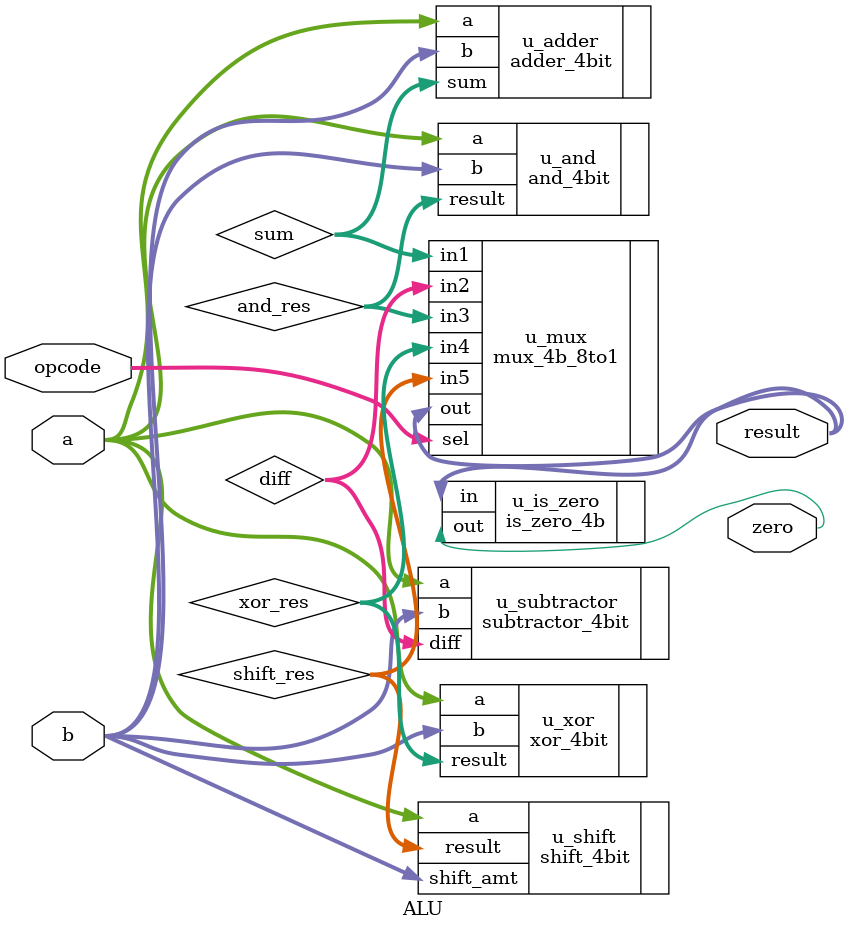
<source format=v>
module ALU (
    input [3:0] a, b,
    input [2:0] opcode,
    output [3:0] result,
    output zero
);

    wire [3:0] sum, diff, and_res, xor_res, shift_res;
    wire cout_add, bout_sub;

    // Instantiate components
    adder_4bit u_adder (
        .a(a),
        .b(b),
        .sum(sum)
    );

    subtractor_4bit u_subtractor (
        .a(a),
        .b(b),
        .diff(diff)
    );

    and_4bit u_and (
        .a(a),
        .b(b),
        .result(and_res)
    );

    xor_4bit u_xor (
        .a(a),
        .b(b),
        .result(xor_res)
    );

    shift_4bit u_shift (
        .a(a),
        .shift_amt(b), // Use lower 2 bits of b as shift amount
        .result(shift_res)
    );

    mux_4b_8to1 u_mux (
        .in1(sum),
        .in2(diff),
        .in3(and_res),
        .in4(xor_res),
        .in5(shift_res),
        .sel(opcode),
        .out(result)
    );

    is_zero_4b u_is_zero (
        .in(result),
        .out(zero)
    );

endmodule
</source>
